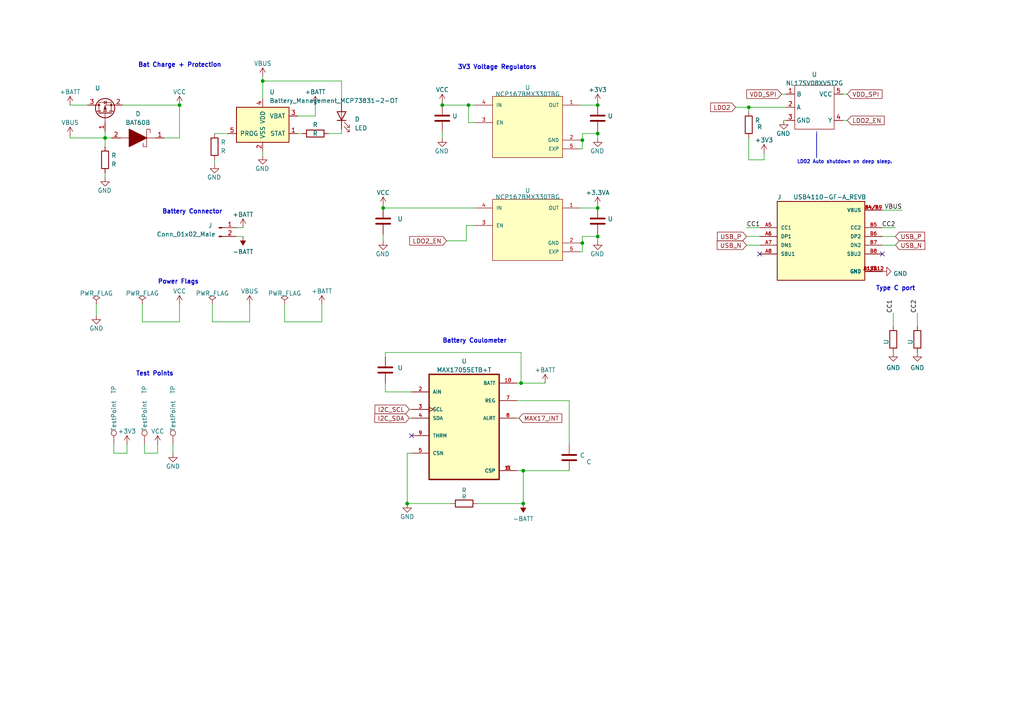
<source format=kicad_sch>
(kicad_sch (version 20220404) (generator eeschema)
  (paper "A4")
  (title_block (title "Watchy-Esp32-s3") (date "2022-08-25") (rev "V1.1") (company "MrT Stephens"))
  (lib_symbols
    (symbol "BAT60B:BAT60B" (pin_names (offset 0.762))
      (property "Reference" "D" (at 12.7 8.89 0))
      (property "Value" "BAT60B" (at 12.7 6.35 0))
      (symbol "BAT60B_0_0"
        (pin passive line (at 2.54 0 0) (length 2.54) (name "~") (number "1"))
        (pin passive line (at 17.78 0 180) (length 2.54) (name "~") (number "2"))
      )
      (symbol "BAT60B_0_1"
        (polyline (pts (xy 5.08 0) (xy 7.62 0)) (stroke (width 0.1524)))
        (polyline (pts (xy 7.62 2.54) (xy 7.62 -2.54)) (stroke (width 0.1524)))
        (polyline (pts (xy 12.7 0) (xy 15.24 0)) (stroke (width 0.1524)))
        (polyline (pts (xy 7.62 -2.54) (xy 6.604 -2.54) (xy 6.604 -1.524)) (stroke (width 0.1524)))
        (polyline (pts (xy 7.62 2.54) (xy 8.636 2.54) (xy 8.636 1.524)) (stroke (width 0.1524)))
        (polyline (pts (xy 7.62 0) (xy 12.7 2.54) (xy 12.7 -2.54) (xy 7.62 0)) (stroke (width 0.254)) (fill (type outline)))
      )
    )
    (symbol "Connector:Conn_01x02_Male" (pin_names (offset 1.016) hide)
      (property "Reference" "J" (at 0 2.54 0))
      (property "Value" "Conn_01x02_Male" (at 0 -5.08 0))
      (symbol "Conn_01x02_Male_1_1"
        (polyline (pts (xy 1.27 -2.54) (xy 0.8636 -2.54)) (stroke (width 0.1524)))
        (polyline (pts (xy 1.27 0) (xy 0.8636 0)) (stroke (width 0.1524)))
        (rectangle (start 0.8636 -2.413) (end 0 -2.667) (stroke (width 0.1524)) (fill (type outline)))
        (rectangle (start 0.8636 0.127) (end 0 -0.127) (stroke (width 0.1524)) (fill (type outline)))
        (pin passive line (at 5.08 0 180) (length 3.81) (name "Pin_1") (number "1"))
        (pin passive line (at 5.08 -2.54 180) (length 3.81) (name "Pin_2") (number "2"))
      )
    )
    (symbol "Connector:TestPoint" (pin_numbers hide) (pin_names (offset 0.762) hide)
      (property "Reference" "TP" (at 0 6.858 0))
      (property "Value" "TestPoint" (at 0 5.08 0))
      (symbol "TestPoint_0_1"
        (circle (center 0 3.302) (radius 0.762))
      )
      (symbol "TestPoint_1_1"
        (pin passive line (at 0 0 90) (length 2.54) (name "1") (number "1"))
      )
    )
    (symbol "Device:C" (pin_numbers hide) (pin_names (offset 0.254))
      (property "Reference" "C" (at 0.635 2.54 0))
      (property "Value" "C" (at 0.635 -2.54 0))
      (symbol "C_0_1"
        (polyline (pts (xy -2.032 -0.762) (xy 2.032 -0.762)) (stroke (width 0.508)))
        (polyline (pts (xy -2.032 0.762) (xy 2.032 0.762)) (stroke (width 0.508)))
      )
      (symbol "C_1_1"
        (pin passive line (at 0 3.81 270) (length 2.794) (name "~") (number "1"))
        (pin passive line (at 0 -3.81 90) (length 2.794) (name "~") (number "2"))
      )
    )
    (symbol "Device:LED" (pin_numbers hide) (pin_names (offset 1.016) hide)
      (property "Reference" "D" (at 0 2.54 0))
      (property "Value" "LED" (at 0 -2.54 0))
      (symbol "LED_0_1"
        (polyline (pts (xy -1.27 -1.27) (xy -1.27 1.27)) (stroke (width 0.254)))
        (polyline (pts (xy -1.27 0) (xy 1.27 0)))
        (polyline (pts (xy 1.27 -1.27) (xy 1.27 1.27) (xy -1.27 0) (xy 1.27 -1.27)) (stroke (width 0.254)))
        (polyline (pts (xy -3.048 -0.762) (xy -4.572 -2.286) (xy -3.81 -2.286) (xy -4.572 -2.286) (xy -4.572 -1.524)))
        (polyline (pts (xy -1.778 -0.762) (xy -3.302 -2.286) (xy -2.54 -2.286) (xy -3.302 -2.286) (xy -3.302 -1.524)))
      )
      (symbol "LED_1_1"
        (pin passive line (at -3.81 0 0) (length 2.54) (name "K") (number "1"))
        (pin passive line (at 3.81 0 180) (length 2.54) (name "A") (number "2"))
      )
    )
    (symbol "Device:R" (pin_numbers hide) (pin_names (offset 0))
      (property "Reference" "R" (at 2.032 0 90))
      (property "Value" "R" (at 0 0 90))
      (symbol "R_0_1"
        (rectangle (start -1.016 -2.54) (end 1.016 2.54) (stroke (width 0.254)))
      )
      (symbol "R_1_1"
        (pin passive line (at 0 3.81 270) (length 1.27) (name "~") (number "1"))
        (pin passive line (at 0 -3.81 90) (length 1.27) (name "~") (number "2"))
      )
    )
    (symbol "MAX17055ETB_T:MAX17055ETB+T" (pin_names (offset 1.016))
      (property "Reference" "U" (at -10.16 16.2306 0))
      (property "Value" "MAX17055ETB+T" (at -10.16 -19.2278 0))
      (symbol "MAX17055ETB+T_0_0"
        (rectangle (start -10.16 -15.24) (end 10.16 15.24) (stroke (width 0.4064)) (fill (type background)))
        (pin power_in line (at 15.24 12.7 180) (length 5.08) (name "BATT") (number "10"))
        (pin power_in line (at 15.24 -12.7 180) (length 5.08) (name "CSP") (number "11"))
        (pin input line (at -15.24 10.16 0) (length 5.08) (name "AIN") (number "2"))
        (pin input clock (at -15.24 5.08 0) (length 5.08) (name "SCL") (number "3"))
        (pin input line (at -15.24 2.54 0) (length 5.08) (name "SDA") (number "4"))
        (pin bidirectional line (at -15.24 -7.62 0) (length 5.08) (name "CSN") (number "5"))
        (pin power_in line (at 15.24 -12.7 180) (length 5.08) (name "CSP") (number "6"))
        (pin output line (at 15.24 7.62 180) (length 5.08) (name "REG") (number "7"))
        (pin output line (at 15.24 2.54 180) (length 5.08) (name "ALRT") (number "8"))
        (pin input line (at -15.24 -2.54 0) (length 5.08) (name "THRM") (number "9"))
      )
    )
    (symbol "NCP167BMX330TBG:NCP167BMX330TBG" (pin_names (offset 1.016))
      (property "Reference" "U" (at -10.16 7.62 0))
      (property "Value" "NCP167BMX330TBG" (at -10.16 -12.7 0))
      (symbol "NCP167BMX330TBG_0_0"
        (rectangle (start -10.16 -10.16) (end 10.16 7.62) (stroke (width 0.1524)) (fill (type background)))
        (pin output line (at 15.24 5.08 180) (length 5.08) (name "OUT") (number "1"))
        (pin power_in line (at 15.24 -5.08 180) (length 5.08) (name "GND") (number "2"))
        (pin input line (at -15.24 0 0) (length 5.08) (name "EN") (number "3"))
        (pin input line (at -15.24 5.08 0) (length 5.08) (name "IN") (number "4"))
        (pin power_in line (at 15.24 -7.62 180) (length 5.08) (name "EXP") (number "5"))
      )
    )
    (symbol "NL17SV08XV5T2G_1"
      (property "Reference" "U" (at 0 0 0))
      (property "Value" "NL17SV08XV5T2G_1" (at 0 0 0))
      (symbol "NL17SV08XV5T2G_1_0_1"
        (rectangle (start -6.35 -2.54) (end 5.08 -15.24))
      )
      (symbol "NL17SV08XV5T2G_1_1_1"
        (pin input line (at -8.89 -5.08 0) (length 2.54) (name "B") (number "1"))
        (pin input line (at -8.89 -8.89 0) (length 2.54) (name "A") (number "2"))
        (pin power_out line (at -8.89 -12.7 0) (length 2.54) (name "GND") (number "3"))
        (pin output line (at 7.62 -12.7 180) (length 2.54) (name "Y") (number "4"))
        (pin power_in line (at 7.62 -5.08 180) (length 2.54) (name "VCC") (number "5"))
      )
    )
    (symbol "Transistor_FET:BSS83P" (pin_names hide)
      (property "Reference" "Q" (at 5.08 1.905 0))
      (property "Value" "BSS83P" (at 5.08 0 0))
      (symbol "BSS83P_0_1"
        (polyline (pts (xy 0.254 0) (xy -2.54 0)))
        (polyline (pts (xy 0.254 1.905) (xy 0.254 -1.905)) (stroke (width 0.254)))
        (polyline (pts (xy 0.762 -1.27) (xy 0.762 -2.286)) (stroke (width 0.254)))
        (polyline (pts (xy 0.762 0.508) (xy 0.762 -0.508)) (stroke (width 0.254)))
        (polyline (pts (xy 0.762 2.286) (xy 0.762 1.27)) (stroke (width 0.254)))
        (polyline (pts (xy 2.54 2.54) (xy 2.54 1.778)))
        (polyline (pts (xy 2.54 -2.54) (xy 2.54 0) (xy 0.762 0)))
        (polyline (pts (xy 0.762 1.778) (xy 3.302 1.778) (xy 3.302 -1.778) (xy 0.762 -1.778)))
        (polyline (pts (xy 2.286 0) (xy 1.27 0.381) (xy 1.27 -0.381) (xy 2.286 0)) (fill (type outline)))
        (polyline (pts (xy 2.794 -0.508) (xy 2.921 -0.381) (xy 3.683 -0.381) (xy 3.81 -0.254)))
        (polyline (pts (xy 3.302 -0.381) (xy 2.921 0.254) (xy 3.683 0.254) (xy 3.302 -0.381)))
        (circle (center 1.651 0) (radius 2.794) (stroke (width 0.254)))
        (circle (center 2.54 -1.778) (radius 0.254) (fill (type outline)))
        (circle (center 2.54 1.778) (radius 0.254) (fill (type outline)))
      )
      (symbol "BSS83P_1_1"
        (pin input line (at -5.08 0 0) (length 2.54) (name "G") (number "1"))
        (pin passive line (at 2.54 -5.08 90) (length 2.54) (name "S") (number "2"))
        (pin passive line (at 2.54 5.08 270) (length 2.54) (name "D") (number "3"))
      )
    )
    (symbol "USB4110-GF-A_REVB:USB4110-GF-A_REVB" (pin_names (offset 1.016))
      (property "Reference" "J" (at -12.7 11.43 0))
      (property "Value" "USB4110-GF-A_REVB" (at -12.7 -15.24 0))
      (symbol "USB4110-GF-A_REVB_0_0"
        (rectangle (start -12.7 -12.7) (end 12.7 10.16) (stroke (width 0.254)) (fill (type background)))
        (pin power_in line (at 17.78 -10.16 180) (length 5.08) (name "GND") (number "A1/B12"))
        (pin power_in line (at 17.78 7.62 180) (length 5.08) (name "VBUS") (number "A4/B9"))
        (pin bidirectional line (at -17.78 2.54 0) (length 5.08) (name "CC1") (number "A5"))
        (pin bidirectional line (at -17.78 0 0) (length 5.08) (name "DP1") (number "A6"))
        (pin bidirectional line (at -17.78 -2.54 0) (length 5.08) (name "DN1") (number "A7"))
        (pin bidirectional line (at -17.78 -5.08 0) (length 5.08) (name "SBU1") (number "A8"))
        (pin power_in line (at 17.78 -10.16 180) (length 5.08) (name "GND") (number "B1/A12"))
        (pin power_in line (at 17.78 7.62 180) (length 5.08) (name "VBUS") (number "B4/A9"))
        (pin bidirectional line (at 17.78 2.54 180) (length 5.08) (name "CC2") (number "B5"))
        (pin bidirectional line (at 17.78 0 180) (length 5.08) (name "DP2") (number "B6"))
        (pin bidirectional line (at 17.78 -2.54 180) (length 5.08) (name "DN2") (number "B7"))
        (pin bidirectional line (at 17.78 -5.08 180) (length 5.08) (name "SBU2") (number "B8"))
        (pin power_in line (at 17.78 -10.16 180) (length 5.08) (name "GND") (number "S1"))
        (pin power_in line (at 17.78 -10.16 180) (length 5.08) (name "GND") (number "S2"))
        (pin power_in line (at 17.78 -10.16 180) (length 5.08) (name "GND") (number "S3"))
        (pin power_in line (at 17.78 -10.16 180) (length 5.08) (name "GND") (number "S4"))
      )
    )
    (symbol "Watchy-cache:Battery_Management_MCP73831-2-OT" (pin_names (offset 1.016))
      (property "Reference" "U" (at -7.62 6.35 0))
      (property "Value" "Battery_Management_MCP73831-2-OT" (at 1.27 6.35 0))
      (symbol "Battery_Management_MCP73831-2-OT_0_1"
        (rectangle (start -7.62 5.08) (end 7.62 -5.08) (stroke (width 0.254)) (fill (type background)))
      )
      (symbol "Battery_Management_MCP73831-2-OT_1_1"
        (pin output line (at 10.16 -2.54 180) (length 2.54) (name "STAT") (number "1"))
        (pin power_in line (at 0 -7.62 90) (length 2.54) (name "VSS") (number "2"))
        (pin power_out line (at 10.16 2.54 180) (length 2.54) (name "VBAT") (number "3"))
        (pin power_in line (at 0 7.62 270) (length 2.54) (name "VDD") (number "4"))
        (pin input line (at -10.16 -2.54 0) (length 2.54) (name "PROG") (number "5"))
      )
    )
    (symbol "power:+3.3V" (power) (pin_names (offset 0))
      (property "Value" "+3.3V" (at 0 3.556 0))
      (symbol "+3.3V_0_1"
        (polyline (pts (xy -0.762 1.27) (xy 0 2.54)))
        (polyline (pts (xy 0 0) (xy 0 2.54)))
        (polyline (pts (xy 0 2.54) (xy 0.762 1.27)))
      )
      (symbol "+3.3V_1_1"
        (pin power_in line (at 0 0 90) (length 0) hide (name "+3V3") (number "1"))
      )
    )
    (symbol "power:+3.3VA" (power) (pin_names (offset 0))
      (property "Value" "+3.3VA" (at 0 3.556 0))
      (symbol "+3.3VA_0_1"
        (polyline (pts (xy -0.762 1.27) (xy 0 2.54)))
        (polyline (pts (xy 0 0) (xy 0 2.54)))
        (polyline (pts (xy 0 2.54) (xy 0.762 1.27)))
      )
      (symbol "+3.3VA_1_1"
        (pin power_in line (at 0 0 90) (length 0) hide (name "+3.3VA") (number "1"))
      )
    )
    (symbol "power:+3V3" (power) (pin_names (offset 0))
      (property "Value" "+3V3" (at 0 3.556 0))
      (symbol "+3V3_0_1"
        (polyline (pts (xy -0.762 1.27) (xy 0 2.54)))
        (polyline (pts (xy 0 0) (xy 0 2.54)))
        (polyline (pts (xy 0 2.54) (xy 0.762 1.27)))
      )
      (symbol "+3V3_1_1"
        (pin power_in line (at 0 0 90) (length 0) hide (name "+3V3") (number "1"))
      )
    )
    (symbol "power:+BATT" (power) (pin_names (offset 0))
      (property "Value" "+BATT" (at 0 3.556 0))
      (symbol "+BATT_0_1"
        (polyline (pts (xy -0.762 1.27) (xy 0 2.54)))
        (polyline (pts (xy 0 0) (xy 0 2.54)))
        (polyline (pts (xy 0 2.54) (xy 0.762 1.27)))
      )
      (symbol "+BATT_1_1"
        (pin power_in line (at 0 0 90) (length 0) hide (name "+BATT") (number "1"))
      )
    )
    (symbol "power:-BATT" (power) (pin_names (offset 0))
      (property "Value" "-BATT" (at 0 3.556 0))
      (symbol "-BATT_0_1"
        (polyline (pts (xy 0 0) (xy 0 2.54)))
        (polyline (pts (xy 0.762 1.27) (xy -0.762 1.27) (xy 0 2.54) (xy 0.762 1.27)) (fill (type outline)))
      )
      (symbol "-BATT_1_1"
        (pin power_in line (at 0 0 90) (length 0) hide (name "-BATT") (number "1"))
      )
    )
    (symbol "power:GND" (power) (pin_names (offset 0))
      (property "Value" "GND" (at 0 -3.81 0))
      (symbol "GND_0_1"
        (polyline (pts (xy 0 0) (xy 0 -1.27) (xy 1.27 -1.27) (xy 0 -2.54) (xy -1.27 -1.27) (xy 0 -1.27)))
      )
      (symbol "GND_1_1"
        (pin power_in line (at 0 0 270) (length 0) hide (name "GND") (number "1"))
      )
    )
    (symbol "power:PWR_FLAG" (power) (pin_numbers hide) (pin_names (offset 0) hide)
      (property "Value" "PWR_FLAG" (at 0 3.81 0))
      (symbol "PWR_FLAG_0_0"
        (pin power_out line (at 0 0 90) (length 0) (name "pwr") (number "1"))
      )
      (symbol "PWR_FLAG_0_1"
        (polyline (pts (xy 0 0) (xy 0 1.27) (xy -1.016 1.905) (xy 0 2.54) (xy 1.016 1.905) (xy 0 1.27)))
      )
    )
    (symbol "power:VBUS" (power) (pin_names (offset 0))
      (property "Value" "VBUS" (at 0 3.81 0))
      (symbol "VBUS_0_1"
        (polyline (pts (xy -0.762 1.27) (xy 0 2.54)))
        (polyline (pts (xy 0 0) (xy 0 2.54)))
        (polyline (pts (xy 0 2.54) (xy 0.762 1.27)))
      )
      (symbol "VBUS_1_1"
        (pin power_in line (at 0 0 90) (length 0) hide (name "VBUS") (number "1"))
      )
    )
    (symbol "power:VCC" (power) (pin_names (offset 0))
      (property "Value" "VCC" (at 0 3.81 0))
      (symbol "VCC_0_1"
        (polyline (pts (xy -0.762 1.27) (xy 0 2.54)))
        (polyline (pts (xy 0 0) (xy 0 2.54)))
        (polyline (pts (xy 0 2.54) (xy 0.762 1.27)))
      )
      (symbol "VCC_1_1"
        (pin power_in line (at 0 0 90) (length 0) hide (name "VCC") (number "1"))
      )
    )
  )
  (junction (at 151.765 136.525))
  (junction (at 128.27 30.48))
  (junction (at 173.355 68.58))
  (junction (at 217.17 31.115))
  (junction (at 52.07 30.48))
  (junction (at 151.765 146.05))
  (junction (at 173.355 60.325))
  (junction (at 76.2 23.495))
  (junction (at 111.125 60.325))
  (junction (at 30.48 40.005))
  (junction (at 173.355 30.48))
  (junction (at 151.13 111.125))
  (junction (at 118.11 146.05))
  (junction (at 173.355 38.735))
  (junction (at 168.91 40.64))
  (junction (at 168.91 70.485))
  (junction (at 135.89 30.48))
  (no_connect (at 255.905 73.66))
  (no_connect (at 220.345 73.66))
  (no_connect (at 119.38 126.365))
  (wire (pts (xy 93.345 93.345) (xy 82.55 93.345)))
  (wire (pts (xy 168.275 73.025) (xy 168.91 73.025)))
  (wire (pts (xy 27.94 91.44) (xy 27.94 88.265)))
  (wire (pts (xy 111.125 59.69) (xy 111.125 60.325)))
  (wire (pts (xy 118.745 118.745) (xy 119.38 118.745)))
  (wire (pts (xy 173.355 29.845) (xy 173.355 30.48)))
  (wire (pts (xy 72.39 88.265) (xy 72.39 93.345)))
  (wire (pts (xy 47.625 40.005) (xy 52.07 40.005)))
  (wire (pts (xy 266.065 94.615) (xy 266.065 90.805)))
  (wire (pts (xy 217.17 46.355) (xy 217.17 40.005)))
  (wire (pts (xy 150.495 121.285) (xy 149.86 121.285)))
  (wire (pts (xy 149.86 111.125) (xy 151.13 111.125)))
  (wire (pts (xy 130.81 146.05) (xy 118.11 146.05)))
  (wire (pts (xy 76.2 22.225) (xy 76.2 23.495)))
  (wire (pts (xy 259.08 94.615) (xy 259.08 90.805)))
  (wire (pts (xy 36.83 128.905) (xy 36.83 131.445)))
  (wire (pts (xy 165.1 128.905) (xy 165.1 116.205)))
  (wire (pts (xy 118.11 131.445) (xy 119.38 131.445)))
  (wire (pts (xy 30.48 51.435) (xy 30.48 50.165)))
  (wire (pts (xy 245.745 27.305) (xy 244.475 27.305)))
  (wire (pts (xy 168.91 40.64) (xy 168.91 38.735)))
  (wire (pts (xy 93.345 88.265) (xy 93.345 93.345)))
  (wire (pts (xy 99.06 37.465) (xy 99.06 38.735)))
  (wire (pts (xy 62.23 46.355) (xy 62.23 47.625)))
  (wire (pts (xy 135.255 65.405) (xy 137.795 65.405)))
  (wire (pts (xy 128.27 38.1) (xy 128.27 40.005)))
  (wire (pts (xy 173.355 38.1) (xy 173.355 38.735)))
  (wire (pts (xy 99.06 23.495) (xy 76.2 23.495)))
  (wire (pts (xy 151.13 111.125) (xy 158.115 111.125)))
  (wire (pts (xy 62.23 38.735) (xy 66.04 38.735)))
  (wire (pts (xy 135.255 69.85) (xy 135.255 65.405)))
  (wire (pts (xy 52.07 30.48) (xy 35.56 30.48)))
  (wire (pts (xy 95.25 38.735) (xy 99.06 38.735)))
  (wire (pts (xy 32.385 40.005) (xy 30.48 40.005)))
  (wire (pts (xy 135.89 30.48) (xy 137.795 30.48)))
  (wire (pts (xy 168.275 40.64) (xy 168.91 40.64)))
  (wire (pts (xy 52.07 93.345) (xy 41.275 93.345)))
  (wire (pts (xy 135.89 35.56) (xy 135.89 30.48)))
  (wire (pts (xy 173.355 67.945) (xy 173.355 68.58)))
  (wire (pts (xy 111.76 111.125) (xy 111.76 113.665)))
  (wire (pts (xy 255.905 66.04) (xy 259.715 66.04)))
  (wire (pts (xy 168.91 43.18) (xy 168.91 40.64)))
  (wire (pts (xy 168.91 38.735) (xy 173.355 38.735)))
  (wire (pts (xy 168.275 70.485) (xy 168.91 70.485)))
  (polyline (pts (xy 236.855 38.1) (xy 236.855 45.72)))
  (wire (pts (xy 128.27 30.48) (xy 135.89 30.48)))
  (wire (pts (xy 151.13 102.235) (xy 151.13 111.125)))
  (wire (pts (xy 227.33 34.925) (xy 227.965 34.925)))
  (wire (pts (xy 45.72 128.905) (xy 45.72 131.445)))
  (wire (pts (xy 61.595 93.345) (xy 61.595 88.265)))
  (wire (pts (xy 165.1 116.205) (xy 149.86 116.205)))
  (wire (pts (xy 111.125 60.325) (xy 137.795 60.325)))
  (wire (pts (xy 213.36 31.115) (xy 217.17 31.115)))
  (wire (pts (xy 255.905 68.58) (xy 259.715 68.58)))
  (wire (pts (xy 216.535 71.12) (xy 220.345 71.12)))
  (wire (pts (xy 111.76 102.235) (xy 151.13 102.235)))
  (wire (pts (xy 86.36 38.735) (xy 87.63 38.735)))
  (wire (pts (xy 221.615 46.355) (xy 217.17 46.355)))
  (wire (pts (xy 50.165 131.445) (xy 50.165 128.905)))
  (wire (pts (xy 33.02 131.445) (xy 33.02 128.905)))
  (wire (pts (xy 173.355 68.58) (xy 173.355 69.85)))
  (wire (pts (xy 173.355 59.69) (xy 173.355 60.325)))
  (wire (pts (xy 173.355 38.735) (xy 173.355 40.005)))
  (wire (pts (xy 138.43 146.05) (xy 151.765 146.05)))
  (wire (pts (xy 168.91 73.025) (xy 168.91 70.485)))
  (wire (pts (xy 82.55 93.345) (xy 82.55 88.265)))
  (wire (pts (xy 111.76 103.505) (xy 111.76 102.235)))
  (wire (pts (xy 168.275 60.325) (xy 173.355 60.325)))
  (wire (pts (xy 20.32 39.37) (xy 20.32 40.005)))
  (wire (pts (xy 255.905 71.12) (xy 259.715 71.12)))
  (wire (pts (xy 137.795 35.56) (xy 135.89 35.56)))
  (wire (pts (xy 217.17 31.115) (xy 227.965 31.115)))
  (wire (pts (xy 52.07 88.265) (xy 52.07 93.345)))
  (wire (pts (xy 168.91 70.485) (xy 168.91 68.58)))
  (polyline (pts (xy 236.855 45.085) (xy 236.855 45.72)))
  (wire (pts (xy 226.695 27.305) (xy 227.965 27.305)))
  (wire (pts (xy 245.745 34.925) (xy 244.475 34.925)))
  (wire (pts (xy 168.275 43.18) (xy 168.91 43.18)))
  (wire (pts (xy 30.48 40.005) (xy 30.48 38.1)))
  (wire (pts (xy 72.39 93.345) (xy 61.595 93.345)))
  (wire (pts (xy 151.765 136.525) (xy 165.1 136.525)))
  (wire (pts (xy 111.76 113.665) (xy 119.38 113.665)))
  (wire (pts (xy 151.765 136.525) (xy 149.86 136.525)))
  (wire (pts (xy 70.485 68.58) (xy 68.58 68.58)))
  (wire (pts (xy 70.485 66.04) (xy 68.58 66.04)))
  (wire (pts (xy 91.44 30.48) (xy 91.44 33.655)))
  (wire (pts (xy 168.91 68.58) (xy 173.355 68.58)))
  (wire (pts (xy 99.06 29.845) (xy 99.06 23.495)))
  (wire (pts (xy 168.275 30.48) (xy 173.355 30.48)))
  (wire (pts (xy 91.44 33.655) (xy 86.36 33.655)))
  (wire (pts (xy 221.615 44.45) (xy 221.615 46.355)))
  (wire (pts (xy 41.91 131.445) (xy 41.91 128.905)))
  (wire (pts (xy 217.17 31.115) (xy 217.17 32.385)))
  (wire (pts (xy 45.72 131.445) (xy 41.91 131.445)))
  (wire (pts (xy 20.32 30.48) (xy 25.4 30.48)))
  (wire (pts (xy 20.32 40.005) (xy 30.48 40.005)))
  (wire (pts (xy 216.535 66.04) (xy 220.345 66.04)))
  (wire (pts (xy 216.535 68.58) (xy 220.345 68.58)))
  (wire (pts (xy 41.275 93.345) (xy 41.275 88.265)))
  (wire (pts (xy 76.2 23.495) (xy 76.2 28.575)))
  (wire (pts (xy 111.125 67.945) (xy 111.125 69.85)))
  (wire (pts (xy 52.07 40.005) (xy 52.07 30.48)))
  (wire (pts (xy 118.745 121.285) (xy 119.38 121.285)))
  (wire (pts (xy 129.54 69.85) (xy 135.255 69.85)))
  (wire (pts (xy 76.2 45.085) (xy 76.2 43.815)))
  (wire (pts (xy 30.48 40.005) (xy 30.48 42.545)))
  (wire (pts (xy 128.27 29.845) (xy 128.27 30.48)))
  (wire (pts (xy 36.83 131.445) (xy 33.02 131.445)))
  (wire (pts (xy 255.905 60.96) (xy 261.62 60.96)))
  (polyline (pts (xy 236.855 38.735) (xy 236.855 45.085)))
  (wire (pts (xy 118.11 146.05) (xy 118.11 131.445)))
  (wire (pts (xy 151.765 146.05) (xy 151.765 136.525)))
  (text "Type C port" (at 254 84.455 0) (effects (font (size 1.27 1.27) (thickness 0.254) bold) (justify left bottom)))
  (text "Battery Connector" (at 46.99 62.23 0) (effects (font (size 1.27 1.27) (thickness 0.254) bold) (justify left bottom)))
  (text "Bat Charge + Protection" (at 40.005 19.685 0) (effects (font (size 1.27 1.27) (thickness 0.254) bold) (justify left bottom)))
  (text "LD02 Auto shutdown on deep sleep." (at 231.14 47.625 0) (effects (font (size 1 1) (thickness 0.2) bold) (justify left bottom)))
  (text "Battery Coulometer" (at 128.27 99.695 0) (effects (font (size 1.27 1.27) (thickness 0.254) bold) (justify left bottom)))
  (text "Test Points" (at 39.37 109.22 0) (effects (font (size 1.27 1.27) (thickness 0.254) bold) (justify left bottom)))
  (text "3V3 Voltage Regulators" (at 132.715 20.32 0) (effects (font (size 1.27 1.27) (thickness 0.254) bold) (justify left bottom)))
  (text "Power Flags" (at 45.72 82.55 0) (effects (font (size 1.27 1.27) (thickness 0.254) bold) (justify left bottom)))
  (label "CC2" (at 266.065 90.805 90))
  (label "VBUS" (at 261.62 60.96 0))
  (label "CC2" (at 259.715 66.04 0))
  (label "CC1" (at 259.08 90.805 90))
  (label "CC1" (at 216.535 66.04 0))
  (global_label "LDO2" (shape input) (at 213.36 31.115 180) (property "Intersheetrefs" "${INTERSHEET_REFS}" (effects hide)))
  (global_label "LDO2_EN" (shape input) (at 129.54 69.85 180) (property "Intersheetrefs" "${INTERSHEET_REFS}" (effects hide)))
  (global_label "USB_N" (shape input) (at 259.715 71.12 0) (property "Intersheetrefs" "${INTERSHEET_REFS}" (effects hide)))
  (global_label "USB_N" (shape input) (at 216.535 71.12 180) (property "Intersheetrefs" "${INTERSHEET_REFS}" (effects hide)))
  (global_label "LDO2_EN" (shape input) (at 245.745 34.925 0) (property "Intersheetrefs" "${INTERSHEET_REFS}" (effects hide)))
  (global_label "VDD_SPI" (shape input) (at 245.745 27.305 0) (property "Intersheetrefs" "${INTERSHEET_REFS}" (effects hide)))
  (global_label "USB_P" (shape input) (at 259.715 68.58 0) (property "Intersheetrefs" "${INTERSHEET_REFS}" (effects hide)))
  (global_label "I2C_SDA" (shape input) (at 118.745 121.285 180) (property "Intersheetrefs" "${INTERSHEET_REFS}" (effects hide)))
  (global_label "VDD_SPI" (shape input) (at 226.695 27.305 180) (property "Intersheetrefs" "${INTERSHEET_REFS}" (effects hide)))
  (global_label "I2C_SCL" (shape input) (at 118.745 118.745 180) (property "Intersheetrefs" "${INTERSHEET_REFS}" (effects hide)))
  (global_label "USB_P" (shape input) (at 216.535 68.58 180) (property "Intersheetrefs" "${INTERSHEET_REFS}" (effects hide)))
  (global_label "MAX17_INT" (shape input) (at 150.495 121.285 0) (property "Intersheetrefs" "${INTERSHEET_REFS}" (effects hide)))
  (symbol (lib_name "NL17SV08XV5T2G_1") (lib_id "NL17SV08XV5T2G:NL17SV08XV5T2G") (at 236.855 22.225 0) (unit 1)
    (default_instance (reference "U") (unit 1) (value "NL17SV08XV5T2G") (footprint ""))
    (property "Reference" "U" (at 236.22 21.59 0))
    (property "Value" "NL17SV08XV5T2G" (at 236.22 24.13 0))
  )
  (symbol (lib_id "power:PWR_FLAG") (at 27.94 88.265 0) (unit 1)
    (default_instance (reference "#FLG") (unit 1) (value "PWR_FLAG") (footprint ""))
    (property "Reference" "#FLG" (effects hide))
    (property "Value" "PWR_FLAG" (at 27.94 85.09 0))
  )
  (symbol (lib_id "power:PWR_FLAG") (at 82.55 88.265 0) (unit 1)
    (default_instance (reference "#FLG") (unit 1) (value "PWR_FLAG") (footprint ""))
    (property "Reference" "#FLG" (effects hide))
    (property "Value" "PWR_FLAG" (at 82.55 85.09 0))
  )
  (symbol (lib_id "power:PWR_FLAG") (at 41.275 88.265 0) (unit 1)
    (default_instance (reference "#FLG") (unit 1) (value "PWR_FLAG") (footprint ""))
    (property "Reference" "#FLG" (effects hide))
    (property "Value" "PWR_FLAG" (at 41.275 85.09 0))
  )
  (symbol (lib_id "power:VCC") (at 45.72 128.905 0) (unit 1)
    (default_instance (reference "#PWR") (unit 1) (value "VCC") (footprint ""))
    (property "Reference" "#PWR" (effects hide))
    (property "Value" "VCC" (at 45.72 125.095 0))
  )
  (symbol (lib_id "power:GND") (at 266.065 102.235 0) (unit 1)
    (default_instance (reference "#PWR") (unit 1) (value "GND") (footprint ""))
    (property "Reference" "#PWR" (effects hide))
    (property "Value" "GND" (at 266.065 106.68 0))
  )
  (symbol (lib_id "Connector:TestPoint") (at 33.02 128.905 0) (unit 1)
    (default_instance (reference "TP") (unit 1) (value "TestPoint") (footprint ""))
    (property "Reference" "TP" (at 33.02 113.03 90))
    (property "Value" "TestPoint" (at 33.02 120.65 90))
  )
  (symbol (lib_id "Device:R") (at 259.08 98.425 0) (unit 1)
    (default_instance (reference "U") (unit 1) (value "") (footprint ""))
    (property "Reference" "U" (at 257.048 99.949 90) (effects (justify left)))
  )
  (symbol (lib_id "power:GND") (at 128.27 40.005 0) (unit 1)
    (default_instance (reference "#PWR") (unit 1) (value "GND") (footprint ""))
    (property "Reference" "#PWR" (effects hide))
    (property "Value" "GND" (at 130.175 43.815 0) (effects (justify right)))
  )
  (symbol (lib_id "power:GND") (at 50.165 131.445 0) (unit 1)
    (default_instance (reference "#PWR") (unit 1) (value "GND") (footprint ""))
    (property "Reference" "#PWR" (effects hide))
    (property "Value" "GND" (at 50.165 135.255 0))
  )
  (symbol (lib_id "power:+BATT") (at 70.485 66.04 0) (unit 1)
    (default_instance (reference "#PWR") (unit 1) (value "+BATT") (footprint ""))
    (property "Reference" "#PWR" (effects hide))
    (property "Value" "+BATT" (at 70.485 62.23 0))
  )
  (symbol (lib_id "power:VCC") (at 128.27 29.845 0) (unit 1)
    (default_instance (reference "#PWR") (unit 1) (value "VCC") (footprint ""))
    (property "Reference" "#PWR" (effects hide))
    (property "Value" "VCC" (at 128.27 26.035 0))
  )
  (symbol (lib_id "power:GND") (at 76.2 45.085 0) (unit 1)
    (default_instance (reference "#PWR") (unit 1) (value "GND") (footprint ""))
    (property "Reference" "#PWR" (effects hide))
    (property "Value" "GND" (at 78.105 48.895 0) (effects (justify right)))
  )
  (symbol (lib_id "power:VCC") (at 52.07 88.265 0) (unit 1)
    (default_instance (reference "#PWR") (unit 1) (value "VCC") (footprint ""))
    (property "Reference" "#PWR" (effects hide))
    (property "Value" "VCC" (at 52.07 84.455 0))
  )
  (symbol (lib_id "power:-BATT") (at 151.765 146.05 180) (unit 1)
    (default_instance (reference "#PWR") (unit 1) (value "-BATT") (footprint ""))
    (property "Reference" "#PWR" (effects hide))
    (property "Value" "-BATT" (at 151.765 150.495 0))
  )
  (symbol (lib_id "power:GND") (at 62.23 47.625 0) (unit 1)
    (default_instance (reference "#PWR") (unit 1) (value "GND") (footprint ""))
    (property "Reference" "#PWR" (effects hide))
    (property "Value" "GND" (at 64.135 51.435 0) (effects (justify right)))
  )
  (symbol (lib_id "power:+BATT") (at 20.32 30.48 0) (unit 1)
    (default_instance (reference "#PWR") (unit 1) (value "+BATT") (footprint ""))
    (property "Reference" "#PWR" (effects hide))
    (property "Value" "+BATT" (at 20.32 26.67 0))
  )
  (symbol (lib_id "power:GND") (at 118.11 146.05 0) (unit 1)
    (default_instance (reference "#PWR") (unit 1) (value "GND") (footprint ""))
    (property "Reference" "#PWR" (effects hide))
    (property "Value" "GND" (at 118.11 149.86 0))
  )
  (symbol (lib_id "power:PWR_FLAG") (at 61.595 88.265 0) (unit 1)
    (default_instance (reference "#FLG") (unit 1) (value "PWR_FLAG") (footprint ""))
    (property "Reference" "#FLG" (effects hide))
    (property "Value" "PWR_FLAG" (at 61.595 85.09 0))
  )
  (symbol (lib_id "NCP167BMX330TBG:NCP167BMX330TBG") (at 153.035 35.56 0) (unit 1)
    (default_instance (reference "U") (unit 1) (value "NCP167BMX330TBG") (footprint "REG_NCP167BMX330TBG"))
    (property "Reference" "U" (at 153.035 25.4 0))
    (property "Value" "NCP167BMX330TBG" (at 153.035 27.305 0))
    (property "Footprint" "REG_NCP167BMX330TBG" (effects hide))
    (property "MAXIMUM_PACKAGE_HEIGHT" "0.43mm" (effects hide))
    (property "MANUFACTURER" "ON Semiconductor" (effects hide))
    (property "STANDARD" "Manufacturer recommendations" (effects hide))
    (property "PARTREV" "3" (effects hide))
  )
  (symbol (lib_id "power:+3.3VA") (at 173.355 59.69 0) (unit 1)
    (default_instance (reference "#PWR") (unit 1) (value "+3.3VA") (footprint ""))
    (property "Reference" "#PWR" (effects hide))
    (property "Value" "+3.3VA" (at 173.355 55.88 0))
  )
  (symbol (lib_id "Watchy-cache:Battery_Management_MCP73831-2-OT") (at 76.2 36.195 0) (unit 1)
    (default_instance (reference "U") (unit 1) (value "Battery_Management_MCP73831-2-OT") (footprint "Package_TO_SOT_SMD:SOT-23-5"))
    (property "Reference" "U" (at 78.1559 26.67 0) (effects (justify left)))
    (property "Value" "Battery_Management_MCP73831-2-OT" (at 78.1559 29.21 0) (effects (justify left)))
    (property "Footprint" "Package_TO_SOT_SMD:SOT-23-5" (effects hide))
  )
  (symbol (lib_id "power:VCC") (at 111.125 59.69 0) (unit 1)
    (default_instance (reference "#PWR") (unit 1) (value "VCC") (footprint ""))
    (property "Reference" "#PWR" (effects hide))
    (property "Value" "VCC" (at 111.125 55.88 0))
  )
  (symbol (lib_id "Device:R") (at 91.44 38.735 270) (unit 1)
    (default_instance (reference "R") (unit 1) (value "R") (footprint ""))
    (property "Reference" "R" (at 91.44 36.195 90))
    (property "Value" "R" (at 91.44 38.735 90))
  )
  (symbol (lib_id "Connector:TestPoint") (at 50.165 128.905 0) (unit 1)
    (default_instance (reference "TP") (unit 1) (value "TestPoint") (footprint ""))
    (property "Reference" "TP" (at 50.165 113.03 90))
    (property "Value" "TestPoint" (at 50.165 120.65 90))
  )
  (symbol (lib_id "Connector:TestPoint") (at 41.91 128.905 0) (unit 1)
    (default_instance (reference "TP") (unit 1) (value "TestPoint") (footprint ""))
    (property "Reference" "TP" (at 41.91 113.03 90))
    (property "Value" "TestPoint" (at 41.91 120.65 90))
  )
  (symbol (lib_id "power:GND") (at 227.33 34.925 0) (unit 1)
    (default_instance (reference "#PWR") (unit 1) (value "GND") (footprint ""))
    (property "Reference" "#PWR" (effects hide))
    (property "Value" "GND" (at 229.235 38.735 0) (effects (justify right)))
  )
  (symbol (lib_id "Device:R") (at 30.48 46.355 0) (unit 1)
    (default_instance (reference "R") (unit 1) (value "R") (footprint ""))
    (property "Reference" "R" (at 33.02 45.085 0))
    (property "Value" "R" (at 33.02 47.625 0))
  )
  (symbol (lib_id "power:-BATT") (at 70.485 68.58 180) (unit 1)
    (default_instance (reference "#PWR") (unit 1) (value "-BATT") (footprint ""))
    (property "Reference" "#PWR" (effects hide))
    (property "Value" "-BATT" (at 70.485 73.025 0))
  )
  (symbol (lib_id "power:GND") (at 255.905 78.74 90) (unit 1)
    (default_instance (reference "#PWR") (unit 1) (value "GND") (footprint ""))
    (property "Reference" "#PWR" (effects hide))
    (property "Value" "GND" (at 259.08 79.375 90) (effects (justify right)))
  )
  (symbol (lib_id "power:+3V3") (at 173.355 29.845 0) (unit 1)
    (default_instance (reference "#PWR") (unit 1) (value "+3V3") (footprint ""))
    (property "Reference" "#PWR" (effects hide))
    (property "Value" "+3V3" (at 173.355 26.035 0))
  )
  (symbol (lib_id "Device:R") (at 134.62 146.05 90) (unit 1)
    (default_instance (reference "R") (unit 1) (value "R") (footprint ""))
    (property "Reference" "R" (at 134.62 142.24 90))
    (property "Value" "R" (at 134.62 144.145 90))
  )
  (symbol (lib_id "Device:R") (at 217.17 36.195 0) (unit 1)
    (default_instance (reference "R") (unit 1) (value "R") (footprint ""))
    (property "Reference" "R" (at 219.71 34.925 0))
    (property "Value" "R" (at 220.345 36.83 0))
  )
  (symbol (lib_id "MAX17055ETB_T:MAX17055ETB+T") (at 134.62 123.825 0) (unit 1)
    (default_instance (reference "U") (unit 1) (value "MAX17055ETB+T") (footprint "SON40P200X250X80-11N"))
    (property "Reference" "U" (at 134.62 104.775 0))
    (property "Value" "MAX17055ETB+T" (at 134.62 107.315 0))
    (property "Footprint" "SON40P200X250X80-11N" (effects hide))
    (property "PRICE" "None" (effects hide))
    (property "MF" "Maxim Integrated" (effects hide))
    (property "DESCRIPTION" "Fuel Gauge Li-Ion/Li-FePO4 10-Pin TDFN EP Cut Tape" (effects hide))
    (property "PACKAGE" "TDFN-EP-10 Maxim" (effects hide))
    (property "AVAILABILITY" "Unavailable" (effects hide))
    (property "MP" "MAX17055ETB+T" (effects hide))
  )
  (symbol (lib_id "NCP167BMX330TBG:NCP167BMX330TBG") (at 153.035 65.405 0) (unit 1)
    (default_instance (reference "U") (unit 1) (value "NCP167BMX330TBG") (footprint "REG_NCP167BMX330TBG"))
    (property "Reference" "U" (at 153.035 55.245 0))
    (property "Value" "NCP167BMX330TBG" (at 153.035 57.15 0))
    (property "Footprint" "REG_NCP167BMX330TBG" (effects hide))
    (property "MAXIMUM_PACKAGE_HEIGHT" "0.43mm" (effects hide))
    (property "MANUFACTURER" "ON Semiconductor" (effects hide))
    (property "STANDARD" "Manufacturer recommendations" (effects hide))
    (property "PARTREV" "3" (effects hide))
  )
  (symbol (lib_id "power:GND") (at 173.355 40.005 0) (unit 1)
    (default_instance (reference "#PWR") (unit 1) (value "GND") (footprint ""))
    (property "Reference" "#PWR" (effects hide))
    (property "Value" "GND" (at 175.26 43.815 0) (effects (justify right)))
  )
  (symbol (lib_id "Device:R") (at 266.065 98.425 0) (unit 1)
    (default_instance (reference "U") (unit 1) (value "") (footprint ""))
    (property "Reference" "U" (at 264.033 99.949 90) (effects (justify left)))
  )
  (symbol (lib_id "power:VBUS") (at 76.2 22.225 0) (unit 1)
    (default_instance (reference "#PWR") (unit 1) (value "VBUS") (footprint ""))
    (property "Reference" "#PWR" (effects hide))
    (property "Value" "VBUS" (at 76.2 18.415 0))
  )
  (symbol (lib_id "Device:C") (at 173.355 34.29 180) (unit 1)
    (default_instance (reference "U") (unit 1) (value "") (footprint ""))
    (property "Reference" "U" (at 177.8 33.655 0) (effects (justify left)))
  )
  (symbol (lib_id "power:+BATT") (at 91.44 30.48 0) (unit 1)
    (default_instance (reference "#PWR") (unit 1) (value "+BATT") (footprint ""))
    (property "Reference" "#PWR" (effects hide))
    (property "Value" "+BATT" (at 91.44 26.67 0))
  )
  (symbol (lib_id "Device:LED") (at 99.06 33.655 90) (unit 1)
    (default_instance (reference "D") (unit 1) (value "LED") (footprint ""))
    (property "Reference" "D" (at 102.87 34.6075 90) (effects (justify right)))
    (property "Value" "LED" (at 102.87 37.1475 90) (effects (justify right)))
  )
  (symbol (lib_id "power:GND") (at 173.355 69.85 0) (unit 1)
    (default_instance (reference "#PWR") (unit 1) (value "GND") (footprint ""))
    (property "Reference" "#PWR" (effects hide))
    (property "Value" "GND" (at 175.26 73.66 0) (effects (justify right)))
  )
  (symbol (lib_id "Device:C") (at 173.355 64.135 180) (unit 1)
    (default_instance (reference "U") (unit 1) (value "") (footprint ""))
    (property "Reference" "U" (at 177.8 63.5 0) (effects (justify left)))
  )
  (symbol (lib_id "Device:C") (at 111.76 107.315 180) (unit 1)
    (default_instance (reference "U") (unit 1) (value "") (footprint ""))
    (property "Reference" "U" (at 116.84 106.68 0) (effects (justify left)))
  )
  (symbol (lib_id "power:VBUS") (at 72.39 88.265 0) (unit 1)
    (default_instance (reference "#PWR") (unit 1) (value "VBUS") (footprint ""))
    (property "Reference" "#PWR" (effects hide))
    (property "Value" "VBUS" (at 72.39 84.455 0))
  )
  (symbol (lib_id "Device:C") (at 111.125 64.135 180) (unit 1)
    (default_instance (reference "U") (unit 1) (value "") (footprint ""))
    (property "Reference" "U" (at 116.84 63.5 0) (effects (justify left)))
  )
  (symbol (lib_id "power:+3.3V") (at 36.83 128.905 0) (unit 1)
    (default_instance (reference "#PWR") (unit 1) (value "+3.3V") (footprint ""))
    (property "Reference" "#PWR" (effects hide))
    (property "Value" "+3.3V" (at 36.83 125.095 0))
  )
  (symbol (lib_id "Device:R") (at 62.23 42.545 0) (unit 1)
    (default_instance (reference "R") (unit 1) (value "R") (footprint ""))
    (property "Reference" "R" (at 64.77 41.275 0))
    (property "Value" "R" (at 64.77 43.815 0))
  )
  (symbol (lib_id "power:VCC") (at 52.07 30.48 0) (unit 1)
    (default_instance (reference "#PWR") (unit 1) (value "VCC") (footprint ""))
    (property "Reference" "#PWR" (effects hide))
    (property "Value" "VCC" (at 52.07 26.67 0))
  )
  (symbol (lib_id "power:GND") (at 30.48 51.435 0) (unit 1)
    (default_instance (reference "#PWR") (unit 1) (value "GND") (footprint ""))
    (property "Reference" "#PWR" (effects hide))
    (property "Value" "GND" (at 32.385 55.245 0) (effects (justify right)))
  )
  (symbol (lib_id "power:+BATT") (at 93.345 88.265 0) (unit 1)
    (default_instance (reference "#PWR") (unit 1) (value "+BATT") (footprint ""))
    (property "Reference" "#PWR" (effects hide))
    (property "Value" "+BATT" (at 93.345 84.455 0))
  )
  (symbol (lib_id "Transistor_FET:BSS83P") (at 30.48 33.02 90) (unit 1)
    (default_instance (reference "U") (unit 1) (value "") (footprint ""))
    (property "Reference" "U" (at 29.083 25.527 90) (effects (justify left)))
  )
  (symbol (lib_id "Device:C") (at 128.27 34.29 180) (unit 1)
    (default_instance (reference "U") (unit 1) (value "") (footprint ""))
    (property "Reference" "U" (at 132.715 33.655 0) (effects (justify left)))
  )
  (symbol (lib_id "power:+3V3") (at 221.615 44.45 0) (unit 1)
    (default_instance (reference "#PWR") (unit 1) (value "+3V3") (footprint ""))
    (property "Reference" "#PWR" (effects hide))
    (property "Value" "+3V3" (at 221.615 40.64 0))
  )
  (symbol (lib_id "power:GND") (at 259.08 102.235 0) (unit 1)
    (default_instance (reference "#PWR") (unit 1) (value "GND") (footprint ""))
    (property "Reference" "#PWR" (effects hide))
    (property "Value" "GND" (at 259.08 106.68 0))
  )
  (symbol (lib_id "power:GND") (at 27.94 91.44 0) (unit 1)
    (default_instance (reference "U") (unit 1) (value "") (footprint ""))
    (property "Reference" "U" (effects hide))
  )
  (symbol (lib_id "power:GND") (at 111.125 69.85 0) (unit 1)
    (default_instance (reference "#PWR") (unit 1) (value "GND") (footprint ""))
    (property "Reference" "#PWR" (effects hide))
    (property "Value" "GND" (at 113.03 73.66 0) (effects (justify right)))
  )
  (symbol (lib_id "power:+BATT") (at 158.115 111.125 0) (unit 1)
    (default_instance (reference "#PWR") (unit 1) (value "+BATT") (footprint ""))
    (property "Reference" "#PWR" (effects hide))
    (property "Value" "+BATT" (at 158.115 107.315 0))
  )
  (symbol (lib_id "BAT60B:BAT60B") (at 50.165 40.005 180) (unit 1)
    (default_instance (reference "D") (unit 1) (value "BAT60B") (footprint "SOD2512X115N"))
    (property "Reference" "D" (at 40.005 33.02 0))
    (property "Value" "BAT60B" (at 40.005 35.56 0))
    (property "Footprint" "SOD2512X115N" (effects hide))
    (property "Description" "Silicon Schottky Diode" (effects hide))
    (property "Height" "1.15" (effects hide))
    (property "Manufacturer_Name" "Micro Commercial Components (MCC)" (effects hide))
    (property "Manufacturer_Part_Number" "BAT60B" (effects hide))
  )
  (symbol (lib_id "Device:C") (at 165.1 132.715 0) (unit 1)
    (default_instance (reference "C") (unit 1) (value "C") (footprint ""))
    (property "Reference" "C" (at 168.91 132.08 0))
    (property "Value" "C" (at 170.815 133.985 0))
  )
  (symbol (lib_id "Connector:Conn_01x02_Male") (at 63.5 66.04 0) (unit 1)
    (default_instance (reference "J") (unit 1) (value "Conn_01x02_Male") (footprint ""))
    (property "Reference" "J" (at 60.96 65.405 0))
    (property "Value" "Conn_01x02_Male" (at 53.975 67.945 0))
  )
  (symbol (lib_id "power:VBUS") (at 20.32 39.37 0) (unit 1)
    (default_instance (reference "#PWR") (unit 1) (value "VBUS") (footprint ""))
    (property "Reference" "#PWR" (effects hide))
    (property "Value" "VBUS" (at 20.32 35.56 0))
  )
  (symbol (lib_id "USB4110-GF-A_REVB:USB4110-GF-A_REVB") (at 238.125 68.58 0) (unit 1)
    (default_instance (reference "J") (unit 1) (value "USB4110-GF-A_REVB") (footprint "GCT_USB4110-GF-A_REVB"))
    (property "Reference" "J" (at 226.06 57.15 0))
    (property "Value" "USB4110-GF-A_REVB" (at 240.665 57.15 0))
    (property "Footprint" "GCT_USB4110-GF-A_REVB" (effects hide))
    (property "PARTREV" "B" (effects hide))
    (property "MAXIMUM_PACKAGE_HEIGHT" "3.26 mm" (effects hide))
    (property "MANUFACTURER" "GCT" (effects hide))
    (property "STANDARD" "Manufacturer Recommendations" (effects hide))
  )
)
</source>
